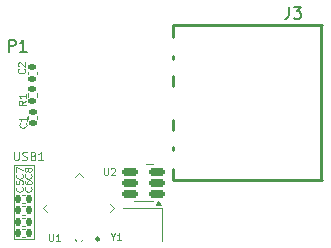
<source format=gbr>
%TF.GenerationSoftware,KiCad,Pcbnew,8.0.8*%
%TF.CreationDate,2025-02-21T00:18:55+11:00*%
%TF.ProjectId,FrameworkDongleHiderRetrofit,4672616d-6577-46f7-926b-446f6e676c65,rev?*%
%TF.SameCoordinates,Original*%
%TF.FileFunction,Legend,Top*%
%TF.FilePolarity,Positive*%
%FSLAX46Y46*%
G04 Gerber Fmt 4.6, Leading zero omitted, Abs format (unit mm)*
G04 Created by KiCad (PCBNEW 8.0.8) date 2025-02-21 00:18:55*
%MOMM*%
%LPD*%
G01*
G04 APERTURE LIST*
G04 Aperture macros list*
%AMRoundRect*
0 Rectangle with rounded corners*
0 $1 Rounding radius*
0 $2 $3 $4 $5 $6 $7 $8 $9 X,Y pos of 4 corners*
0 Add a 4 corners polygon primitive as box body*
4,1,4,$2,$3,$4,$5,$6,$7,$8,$9,$2,$3,0*
0 Add four circle primitives for the rounded corners*
1,1,$1+$1,$2,$3*
1,1,$1+$1,$4,$5*
1,1,$1+$1,$6,$7*
1,1,$1+$1,$8,$9*
0 Add four rect primitives between the rounded corners*
20,1,$1+$1,$2,$3,$4,$5,0*
20,1,$1+$1,$4,$5,$6,$7,0*
20,1,$1+$1,$6,$7,$8,$9,0*
20,1,$1+$1,$8,$9,$2,$3,0*%
%AMRotRect*
0 Rectangle, with rotation*
0 The origin of the aperture is its center*
0 $1 length*
0 $2 width*
0 $3 Rotation angle, in degrees counterclockwise*
0 Add horizontal line*
21,1,$1,$2,0,0,$3*%
G04 Aperture macros list end*
%ADD10C,0.250000*%
%ADD11C,0.100000*%
%ADD12C,0.120000*%
%ADD13C,0.150000*%
%ADD14C,2.050000*%
%ADD15RoundRect,0.140000X0.140000X0.170000X-0.140000X0.170000X-0.140000X-0.170000X0.140000X-0.170000X0*%
%ADD16RoundRect,0.140000X0.170000X-0.140000X0.170000X0.140000X-0.170000X0.140000X-0.170000X-0.140000X0*%
%ADD17R,1.150000X1.000000*%
%ADD18R,1.500000X1.500000*%
%ADD19RoundRect,0.150000X0.512500X0.150000X-0.512500X0.150000X-0.512500X-0.150000X0.512500X-0.150000X0*%
%ADD20RoundRect,0.062500X0.291682X-0.203293X-0.203293X0.291682X-0.291682X0.203293X0.203293X-0.291682X0*%
%ADD21RoundRect,0.062500X0.291682X0.203293X0.203293X0.291682X-0.291682X-0.203293X-0.203293X-0.291682X0*%
%ADD22RotRect,2.700000X2.700000X135.000000*%
%ADD23R,1.000000X0.380000*%
%ADD24R,1.150000X0.700000*%
%ADD25C,1.500000*%
%ADD26R,1.400000X1.000000*%
%ADD27R,1.400000X0.450000*%
%ADD28R,1.400000X0.455000*%
%ADD29O,2.500000X1.300000*%
%ADD30RoundRect,0.135000X-0.185000X0.135000X-0.185000X-0.135000X0.185000X-0.135000X0.185000X0.135000X0*%
G04 APERTURE END LIST*
D10*
X145352500Y-113290000D02*
G75*
G02*
X145102500Y-113290000I-125000J0D01*
G01*
X145102500Y-113290000D02*
G75*
G02*
X145352500Y-113290000I125000J0D01*
G01*
D11*
X138117500Y-107060000D02*
X139847500Y-107060000D01*
X139847500Y-113260000D01*
X138117500Y-113260000D01*
X138117500Y-107060000D01*
X139602728Y-108899999D02*
X139631300Y-108928571D01*
X139631300Y-108928571D02*
X139659871Y-109014285D01*
X139659871Y-109014285D02*
X139659871Y-109071428D01*
X139659871Y-109071428D02*
X139631300Y-109157142D01*
X139631300Y-109157142D02*
X139574157Y-109214285D01*
X139574157Y-109214285D02*
X139517014Y-109242856D01*
X139517014Y-109242856D02*
X139402728Y-109271428D01*
X139402728Y-109271428D02*
X139317014Y-109271428D01*
X139317014Y-109271428D02*
X139202728Y-109242856D01*
X139202728Y-109242856D02*
X139145585Y-109214285D01*
X139145585Y-109214285D02*
X139088442Y-109157142D01*
X139088442Y-109157142D02*
X139059871Y-109071428D01*
X139059871Y-109071428D02*
X139059871Y-109014285D01*
X139059871Y-109014285D02*
X139088442Y-108928571D01*
X139088442Y-108928571D02*
X139117014Y-108899999D01*
X139059871Y-108385714D02*
X139059871Y-108499999D01*
X139059871Y-108499999D02*
X139088442Y-108557142D01*
X139088442Y-108557142D02*
X139117014Y-108585714D01*
X139117014Y-108585714D02*
X139202728Y-108642856D01*
X139202728Y-108642856D02*
X139317014Y-108671428D01*
X139317014Y-108671428D02*
X139545585Y-108671428D01*
X139545585Y-108671428D02*
X139602728Y-108642856D01*
X139602728Y-108642856D02*
X139631300Y-108614285D01*
X139631300Y-108614285D02*
X139659871Y-108557142D01*
X139659871Y-108557142D02*
X139659871Y-108442856D01*
X139659871Y-108442856D02*
X139631300Y-108385714D01*
X139631300Y-108385714D02*
X139602728Y-108357142D01*
X139602728Y-108357142D02*
X139545585Y-108328571D01*
X139545585Y-108328571D02*
X139402728Y-108328571D01*
X139402728Y-108328571D02*
X139345585Y-108357142D01*
X139345585Y-108357142D02*
X139317014Y-108385714D01*
X139317014Y-108385714D02*
X139288442Y-108442856D01*
X139288442Y-108442856D02*
X139288442Y-108557142D01*
X139288442Y-108557142D02*
X139317014Y-108614285D01*
X139317014Y-108614285D02*
X139345585Y-108642856D01*
X139345585Y-108642856D02*
X139402728Y-108671428D01*
X139042728Y-98889999D02*
X139071300Y-98918571D01*
X139071300Y-98918571D02*
X139099871Y-99004285D01*
X139099871Y-99004285D02*
X139099871Y-99061428D01*
X139099871Y-99061428D02*
X139071300Y-99147142D01*
X139071300Y-99147142D02*
X139014157Y-99204285D01*
X139014157Y-99204285D02*
X138957014Y-99232856D01*
X138957014Y-99232856D02*
X138842728Y-99261428D01*
X138842728Y-99261428D02*
X138757014Y-99261428D01*
X138757014Y-99261428D02*
X138642728Y-99232856D01*
X138642728Y-99232856D02*
X138585585Y-99204285D01*
X138585585Y-99204285D02*
X138528442Y-99147142D01*
X138528442Y-99147142D02*
X138499871Y-99061428D01*
X138499871Y-99061428D02*
X138499871Y-99004285D01*
X138499871Y-99004285D02*
X138528442Y-98918571D01*
X138528442Y-98918571D02*
X138557014Y-98889999D01*
X138557014Y-98661428D02*
X138528442Y-98632856D01*
X138528442Y-98632856D02*
X138499871Y-98575714D01*
X138499871Y-98575714D02*
X138499871Y-98432856D01*
X138499871Y-98432856D02*
X138528442Y-98375714D01*
X138528442Y-98375714D02*
X138557014Y-98347142D01*
X138557014Y-98347142D02*
X138614157Y-98318571D01*
X138614157Y-98318571D02*
X138671300Y-98318571D01*
X138671300Y-98318571D02*
X138757014Y-98347142D01*
X138757014Y-98347142D02*
X139099871Y-98689999D01*
X139099871Y-98689999D02*
X139099871Y-98318571D01*
X138862728Y-108899999D02*
X138891300Y-108928571D01*
X138891300Y-108928571D02*
X138919871Y-109014285D01*
X138919871Y-109014285D02*
X138919871Y-109071428D01*
X138919871Y-109071428D02*
X138891300Y-109157142D01*
X138891300Y-109157142D02*
X138834157Y-109214285D01*
X138834157Y-109214285D02*
X138777014Y-109242856D01*
X138777014Y-109242856D02*
X138662728Y-109271428D01*
X138662728Y-109271428D02*
X138577014Y-109271428D01*
X138577014Y-109271428D02*
X138462728Y-109242856D01*
X138462728Y-109242856D02*
X138405585Y-109214285D01*
X138405585Y-109214285D02*
X138348442Y-109157142D01*
X138348442Y-109157142D02*
X138319871Y-109071428D01*
X138319871Y-109071428D02*
X138319871Y-109014285D01*
X138319871Y-109014285D02*
X138348442Y-108928571D01*
X138348442Y-108928571D02*
X138377014Y-108899999D01*
X138319871Y-108357142D02*
X138319871Y-108642856D01*
X138319871Y-108642856D02*
X138605585Y-108671428D01*
X138605585Y-108671428D02*
X138577014Y-108642856D01*
X138577014Y-108642856D02*
X138548442Y-108585714D01*
X138548442Y-108585714D02*
X138548442Y-108442856D01*
X138548442Y-108442856D02*
X138577014Y-108385714D01*
X138577014Y-108385714D02*
X138605585Y-108357142D01*
X138605585Y-108357142D02*
X138662728Y-108328571D01*
X138662728Y-108328571D02*
X138805585Y-108328571D01*
X138805585Y-108328571D02*
X138862728Y-108357142D01*
X138862728Y-108357142D02*
X138891300Y-108385714D01*
X138891300Y-108385714D02*
X138919871Y-108442856D01*
X138919871Y-108442856D02*
X138919871Y-108585714D01*
X138919871Y-108585714D02*
X138891300Y-108642856D01*
X138891300Y-108642856D02*
X138862728Y-108671428D01*
X146541785Y-113126657D02*
X146541785Y-113412371D01*
X146341785Y-112812371D02*
X146541785Y-113126657D01*
X146541785Y-113126657D02*
X146741785Y-112812371D01*
X147256071Y-113412371D02*
X146913214Y-113412371D01*
X147084643Y-113412371D02*
X147084643Y-112812371D01*
X147084643Y-112812371D02*
X147027500Y-112898085D01*
X147027500Y-112898085D02*
X146970357Y-112955228D01*
X146970357Y-112955228D02*
X146913214Y-112983800D01*
D12*
X138160833Y-105907593D02*
X138160833Y-106474260D01*
X138160833Y-106474260D02*
X138194167Y-106540926D01*
X138194167Y-106540926D02*
X138227500Y-106574260D01*
X138227500Y-106574260D02*
X138294167Y-106607593D01*
X138294167Y-106607593D02*
X138427500Y-106607593D01*
X138427500Y-106607593D02*
X138494167Y-106574260D01*
X138494167Y-106574260D02*
X138527500Y-106540926D01*
X138527500Y-106540926D02*
X138560833Y-106474260D01*
X138560833Y-106474260D02*
X138560833Y-105907593D01*
X138860833Y-106574260D02*
X138960833Y-106607593D01*
X138960833Y-106607593D02*
X139127500Y-106607593D01*
X139127500Y-106607593D02*
X139194166Y-106574260D01*
X139194166Y-106574260D02*
X139227500Y-106540926D01*
X139227500Y-106540926D02*
X139260833Y-106474260D01*
X139260833Y-106474260D02*
X139260833Y-106407593D01*
X139260833Y-106407593D02*
X139227500Y-106340926D01*
X139227500Y-106340926D02*
X139194166Y-106307593D01*
X139194166Y-106307593D02*
X139127500Y-106274260D01*
X139127500Y-106274260D02*
X138994166Y-106240926D01*
X138994166Y-106240926D02*
X138927500Y-106207593D01*
X138927500Y-106207593D02*
X138894166Y-106174260D01*
X138894166Y-106174260D02*
X138860833Y-106107593D01*
X138860833Y-106107593D02*
X138860833Y-106040926D01*
X138860833Y-106040926D02*
X138894166Y-105974260D01*
X138894166Y-105974260D02*
X138927500Y-105940926D01*
X138927500Y-105940926D02*
X138994166Y-105907593D01*
X138994166Y-105907593D02*
X139160833Y-105907593D01*
X139160833Y-105907593D02*
X139260833Y-105940926D01*
X139794167Y-106240926D02*
X139894167Y-106274260D01*
X139894167Y-106274260D02*
X139927500Y-106307593D01*
X139927500Y-106307593D02*
X139960833Y-106374260D01*
X139960833Y-106374260D02*
X139960833Y-106474260D01*
X139960833Y-106474260D02*
X139927500Y-106540926D01*
X139927500Y-106540926D02*
X139894167Y-106574260D01*
X139894167Y-106574260D02*
X139827500Y-106607593D01*
X139827500Y-106607593D02*
X139560833Y-106607593D01*
X139560833Y-106607593D02*
X139560833Y-105907593D01*
X139560833Y-105907593D02*
X139794167Y-105907593D01*
X139794167Y-105907593D02*
X139860833Y-105940926D01*
X139860833Y-105940926D02*
X139894167Y-105974260D01*
X139894167Y-105974260D02*
X139927500Y-106040926D01*
X139927500Y-106040926D02*
X139927500Y-106107593D01*
X139927500Y-106107593D02*
X139894167Y-106174260D01*
X139894167Y-106174260D02*
X139860833Y-106207593D01*
X139860833Y-106207593D02*
X139794167Y-106240926D01*
X139794167Y-106240926D02*
X139560833Y-106240926D01*
X140627500Y-106607593D02*
X140227500Y-106607593D01*
X140427500Y-106607593D02*
X140427500Y-105907593D01*
X140427500Y-105907593D02*
X140360833Y-106007593D01*
X140360833Y-106007593D02*
X140294167Y-106074260D01*
X140294167Y-106074260D02*
X140227500Y-106107593D01*
D11*
X138862728Y-107819999D02*
X138891300Y-107848571D01*
X138891300Y-107848571D02*
X138919871Y-107934285D01*
X138919871Y-107934285D02*
X138919871Y-107991428D01*
X138919871Y-107991428D02*
X138891300Y-108077142D01*
X138891300Y-108077142D02*
X138834157Y-108134285D01*
X138834157Y-108134285D02*
X138777014Y-108162856D01*
X138777014Y-108162856D02*
X138662728Y-108191428D01*
X138662728Y-108191428D02*
X138577014Y-108191428D01*
X138577014Y-108191428D02*
X138462728Y-108162856D01*
X138462728Y-108162856D02*
X138405585Y-108134285D01*
X138405585Y-108134285D02*
X138348442Y-108077142D01*
X138348442Y-108077142D02*
X138319871Y-107991428D01*
X138319871Y-107991428D02*
X138319871Y-107934285D01*
X138319871Y-107934285D02*
X138348442Y-107848571D01*
X138348442Y-107848571D02*
X138377014Y-107819999D01*
X138319871Y-107619999D02*
X138319871Y-107219999D01*
X138319871Y-107219999D02*
X138919871Y-107477142D01*
X145770357Y-107262371D02*
X145770357Y-107748085D01*
X145770357Y-107748085D02*
X145798928Y-107805228D01*
X145798928Y-107805228D02*
X145827500Y-107833800D01*
X145827500Y-107833800D02*
X145884642Y-107862371D01*
X145884642Y-107862371D02*
X145998928Y-107862371D01*
X145998928Y-107862371D02*
X146056071Y-107833800D01*
X146056071Y-107833800D02*
X146084642Y-107805228D01*
X146084642Y-107805228D02*
X146113214Y-107748085D01*
X146113214Y-107748085D02*
X146113214Y-107262371D01*
X146370356Y-107319514D02*
X146398928Y-107290942D01*
X146398928Y-107290942D02*
X146456071Y-107262371D01*
X146456071Y-107262371D02*
X146598928Y-107262371D01*
X146598928Y-107262371D02*
X146656071Y-107290942D01*
X146656071Y-107290942D02*
X146684642Y-107319514D01*
X146684642Y-107319514D02*
X146713213Y-107376657D01*
X146713213Y-107376657D02*
X146713213Y-107433800D01*
X146713213Y-107433800D02*
X146684642Y-107519514D01*
X146684642Y-107519514D02*
X146341785Y-107862371D01*
X146341785Y-107862371D02*
X146713213Y-107862371D01*
X141120357Y-112862371D02*
X141120357Y-113348085D01*
X141120357Y-113348085D02*
X141148928Y-113405228D01*
X141148928Y-113405228D02*
X141177500Y-113433800D01*
X141177500Y-113433800D02*
X141234642Y-113462371D01*
X141234642Y-113462371D02*
X141348928Y-113462371D01*
X141348928Y-113462371D02*
X141406071Y-113433800D01*
X141406071Y-113433800D02*
X141434642Y-113405228D01*
X141434642Y-113405228D02*
X141463214Y-113348085D01*
X141463214Y-113348085D02*
X141463214Y-112862371D01*
X142063213Y-113462371D02*
X141720356Y-113462371D01*
X141891785Y-113462371D02*
X141891785Y-112862371D01*
X141891785Y-112862371D02*
X141834642Y-112948085D01*
X141834642Y-112948085D02*
X141777499Y-113005228D01*
X141777499Y-113005228D02*
X141720356Y-113033800D01*
D13*
X137714405Y-97419819D02*
X137714405Y-96419819D01*
X137714405Y-96419819D02*
X138095357Y-96419819D01*
X138095357Y-96419819D02*
X138190595Y-96467438D01*
X138190595Y-96467438D02*
X138238214Y-96515057D01*
X138238214Y-96515057D02*
X138285833Y-96610295D01*
X138285833Y-96610295D02*
X138285833Y-96753152D01*
X138285833Y-96753152D02*
X138238214Y-96848390D01*
X138238214Y-96848390D02*
X138190595Y-96896009D01*
X138190595Y-96896009D02*
X138095357Y-96943628D01*
X138095357Y-96943628D02*
X137714405Y-96943628D01*
X139238214Y-97419819D02*
X138666786Y-97419819D01*
X138952500Y-97419819D02*
X138952500Y-96419819D01*
X138952500Y-96419819D02*
X138857262Y-96562676D01*
X138857262Y-96562676D02*
X138762024Y-96657914D01*
X138762024Y-96657914D02*
X138666786Y-96705533D01*
X161444166Y-93644819D02*
X161444166Y-94359104D01*
X161444166Y-94359104D02*
X161396547Y-94501961D01*
X161396547Y-94501961D02*
X161301309Y-94597200D01*
X161301309Y-94597200D02*
X161158452Y-94644819D01*
X161158452Y-94644819D02*
X161063214Y-94644819D01*
X161825119Y-93644819D02*
X162444166Y-93644819D01*
X162444166Y-93644819D02*
X162110833Y-94025771D01*
X162110833Y-94025771D02*
X162253690Y-94025771D01*
X162253690Y-94025771D02*
X162348928Y-94073390D01*
X162348928Y-94073390D02*
X162396547Y-94121009D01*
X162396547Y-94121009D02*
X162444166Y-94216247D01*
X162444166Y-94216247D02*
X162444166Y-94454342D01*
X162444166Y-94454342D02*
X162396547Y-94549580D01*
X162396547Y-94549580D02*
X162348928Y-94597200D01*
X162348928Y-94597200D02*
X162253690Y-94644819D01*
X162253690Y-94644819D02*
X161967976Y-94644819D01*
X161967976Y-94644819D02*
X161872738Y-94597200D01*
X161872738Y-94597200D02*
X161825119Y-94549580D01*
D11*
X139139871Y-101614999D02*
X138854157Y-101814999D01*
X139139871Y-101957856D02*
X138539871Y-101957856D01*
X138539871Y-101957856D02*
X138539871Y-101729285D01*
X138539871Y-101729285D02*
X138568442Y-101672142D01*
X138568442Y-101672142D02*
X138597014Y-101643571D01*
X138597014Y-101643571D02*
X138654157Y-101614999D01*
X138654157Y-101614999D02*
X138739871Y-101614999D01*
X138739871Y-101614999D02*
X138797014Y-101643571D01*
X138797014Y-101643571D02*
X138825585Y-101672142D01*
X138825585Y-101672142D02*
X138854157Y-101729285D01*
X138854157Y-101729285D02*
X138854157Y-101957856D01*
X139139871Y-101043571D02*
X139139871Y-101386428D01*
X139139871Y-101214999D02*
X138539871Y-101214999D01*
X138539871Y-101214999D02*
X138625585Y-101272142D01*
X138625585Y-101272142D02*
X138682728Y-101329285D01*
X138682728Y-101329285D02*
X138711300Y-101386428D01*
X139157728Y-103489999D02*
X139186300Y-103518571D01*
X139186300Y-103518571D02*
X139214871Y-103604285D01*
X139214871Y-103604285D02*
X139214871Y-103661428D01*
X139214871Y-103661428D02*
X139186300Y-103747142D01*
X139186300Y-103747142D02*
X139129157Y-103804285D01*
X139129157Y-103804285D02*
X139072014Y-103832856D01*
X139072014Y-103832856D02*
X138957728Y-103861428D01*
X138957728Y-103861428D02*
X138872014Y-103861428D01*
X138872014Y-103861428D02*
X138757728Y-103832856D01*
X138757728Y-103832856D02*
X138700585Y-103804285D01*
X138700585Y-103804285D02*
X138643442Y-103747142D01*
X138643442Y-103747142D02*
X138614871Y-103661428D01*
X138614871Y-103661428D02*
X138614871Y-103604285D01*
X138614871Y-103604285D02*
X138643442Y-103518571D01*
X138643442Y-103518571D02*
X138672014Y-103489999D01*
X139214871Y-102918571D02*
X139214871Y-103261428D01*
X139214871Y-103089999D02*
X138614871Y-103089999D01*
X138614871Y-103089999D02*
X138700585Y-103147142D01*
X138700585Y-103147142D02*
X138757728Y-103204285D01*
X138757728Y-103204285D02*
X138786300Y-103261428D01*
X139602728Y-107819999D02*
X139631300Y-107848571D01*
X139631300Y-107848571D02*
X139659871Y-107934285D01*
X139659871Y-107934285D02*
X139659871Y-107991428D01*
X139659871Y-107991428D02*
X139631300Y-108077142D01*
X139631300Y-108077142D02*
X139574157Y-108134285D01*
X139574157Y-108134285D02*
X139517014Y-108162856D01*
X139517014Y-108162856D02*
X139402728Y-108191428D01*
X139402728Y-108191428D02*
X139317014Y-108191428D01*
X139317014Y-108191428D02*
X139202728Y-108162856D01*
X139202728Y-108162856D02*
X139145585Y-108134285D01*
X139145585Y-108134285D02*
X139088442Y-108077142D01*
X139088442Y-108077142D02*
X139059871Y-107991428D01*
X139059871Y-107991428D02*
X139059871Y-107934285D01*
X139059871Y-107934285D02*
X139088442Y-107848571D01*
X139088442Y-107848571D02*
X139117014Y-107819999D01*
X139317014Y-107477142D02*
X139288442Y-107534285D01*
X139288442Y-107534285D02*
X139259871Y-107562856D01*
X139259871Y-107562856D02*
X139202728Y-107591428D01*
X139202728Y-107591428D02*
X139174157Y-107591428D01*
X139174157Y-107591428D02*
X139117014Y-107562856D01*
X139117014Y-107562856D02*
X139088442Y-107534285D01*
X139088442Y-107534285D02*
X139059871Y-107477142D01*
X139059871Y-107477142D02*
X139059871Y-107362856D01*
X139059871Y-107362856D02*
X139088442Y-107305714D01*
X139088442Y-107305714D02*
X139117014Y-107277142D01*
X139117014Y-107277142D02*
X139174157Y-107248571D01*
X139174157Y-107248571D02*
X139202728Y-107248571D01*
X139202728Y-107248571D02*
X139259871Y-107277142D01*
X139259871Y-107277142D02*
X139288442Y-107305714D01*
X139288442Y-107305714D02*
X139317014Y-107362856D01*
X139317014Y-107362856D02*
X139317014Y-107477142D01*
X139317014Y-107477142D02*
X139345585Y-107534285D01*
X139345585Y-107534285D02*
X139374157Y-107562856D01*
X139374157Y-107562856D02*
X139431300Y-107591428D01*
X139431300Y-107591428D02*
X139545585Y-107591428D01*
X139545585Y-107591428D02*
X139602728Y-107562856D01*
X139602728Y-107562856D02*
X139631300Y-107534285D01*
X139631300Y-107534285D02*
X139659871Y-107477142D01*
X139659871Y-107477142D02*
X139659871Y-107362856D01*
X139659871Y-107362856D02*
X139631300Y-107305714D01*
X139631300Y-107305714D02*
X139602728Y-107277142D01*
X139602728Y-107277142D02*
X139545585Y-107248571D01*
X139545585Y-107248571D02*
X139431300Y-107248571D01*
X139431300Y-107248571D02*
X139374157Y-107277142D01*
X139374157Y-107277142D02*
X139345585Y-107305714D01*
X139345585Y-107305714D02*
X139317014Y-107362856D01*
D12*
%TO.C,C6*%
X139085336Y-110500000D02*
X138869664Y-110500000D01*
X139085336Y-111220000D02*
X138869664Y-111220000D01*
%TO.C,C2*%
X139357500Y-99337836D02*
X139357500Y-99122164D01*
X140077500Y-99337836D02*
X140077500Y-99122164D01*
%TO.C,C5*%
X139085336Y-109530000D02*
X138869664Y-109530000D01*
X139085336Y-110250000D02*
X138869664Y-110250000D01*
%TO.C,Y1*%
X150702500Y-110690000D02*
X147402500Y-110690000D01*
X150702500Y-113490000D02*
X150702500Y-110690000D01*
%TO.C,C7*%
X139085336Y-111470000D02*
X138869664Y-111470000D01*
X139085336Y-112190000D02*
X138869664Y-112190000D01*
%TO.C,U2*%
X149090000Y-106980000D02*
X148290000Y-106980000D01*
X149090000Y-106980000D02*
X149890000Y-106980000D01*
X149090000Y-110100000D02*
X148290000Y-110100000D01*
X149090000Y-110100000D02*
X149890000Y-110100000D01*
X150630000Y-110380000D02*
X150150000Y-110380000D01*
X150390000Y-110050000D01*
X150630000Y-110380000D01*
G36*
X150630000Y-110380000D02*
G01*
X150150000Y-110380000D01*
X150390000Y-110050000D01*
X150630000Y-110380000D01*
G37*
%TO.C,U1*%
X140639695Y-110661581D02*
X140975571Y-110325705D01*
X140975571Y-110997457D02*
X140639695Y-110661581D01*
X143287810Y-113309696D02*
X143411554Y-113433440D01*
X143623686Y-107677590D02*
X143287810Y-108013466D01*
X143959562Y-108013466D02*
X143623686Y-107677590D01*
X143959562Y-113309696D02*
X143793392Y-113475866D01*
X146271801Y-110325705D02*
X146607677Y-110661581D01*
X146607677Y-110661581D02*
X146271801Y-110997457D01*
D10*
%TO.C,J3*%
X151657500Y-95210000D02*
X151657500Y-96160000D01*
X151657500Y-97770000D02*
X151657500Y-98020000D01*
X151657500Y-97770000D02*
X151657500Y-98020000D01*
X151657500Y-99480000D02*
X151657500Y-100320000D01*
X151657500Y-99480000D02*
X151657500Y-100320000D01*
X151657500Y-103180000D02*
X151657500Y-104020000D01*
X151657500Y-103180000D02*
X151657500Y-104020000D01*
X151657500Y-105480000D02*
X151657500Y-105730000D01*
X151657500Y-105480000D02*
X151657500Y-105730000D01*
X151657500Y-107340000D02*
X151657500Y-108280000D01*
X151657500Y-108280000D02*
X164227500Y-108280000D01*
X164137500Y-95210000D02*
X164137500Y-108280000D01*
X164227500Y-95210000D02*
X151657500Y-95210000D01*
D12*
%TO.C,R1*%
X139337500Y-100956359D02*
X139337500Y-101263641D01*
X140097500Y-100956359D02*
X140097500Y-101263641D01*
%TO.C,C1*%
X139367500Y-103097836D02*
X139367500Y-102882164D01*
X140087500Y-103097836D02*
X140087500Y-102882164D01*
%TO.C,C8*%
X139085336Y-112440000D02*
X138869664Y-112440000D01*
X139085336Y-113160000D02*
X138869664Y-113160000D01*
%TD*%
%LPC*%
D14*
X155802500Y-90440000D02*
G75*
G02*
X153752500Y-90440000I-1025000J0D01*
G01*
X153752500Y-90440000D02*
G75*
G02*
X155802500Y-90440000I1025000J0D01*
G01*
X155802500Y-113040000D02*
G75*
G02*
X153752500Y-113040000I-1025000J0D01*
G01*
X153752500Y-113040000D02*
G75*
G02*
X155802500Y-113040000I1025000J0D01*
G01*
D11*
X135577500Y-95240000D02*
X137177500Y-95240000D01*
X137177500Y-97265000D01*
X135577500Y-97265000D01*
X135577500Y-95240000D01*
G36*
X135577500Y-95240000D02*
G01*
X137177500Y-95240000D01*
X137177500Y-97265000D01*
X135577500Y-97265000D01*
X135577500Y-95240000D01*
G37*
X135577500Y-106240000D02*
X137177500Y-106240000D01*
X137177500Y-108365000D01*
X135577500Y-108365000D01*
X135577500Y-106240000D01*
G36*
X135577500Y-106240000D02*
G01*
X137177500Y-106240000D01*
X137177500Y-108365000D01*
X135577500Y-108365000D01*
X135577500Y-106240000D01*
G37*
D15*
%TO.C,C6*%
X139457500Y-110860000D03*
X138497500Y-110860000D03*
%TD*%
D16*
%TO.C,C2*%
X139717500Y-99710000D03*
X139717500Y-98750000D03*
%TD*%
D15*
%TO.C,C5*%
X139457500Y-109890000D03*
X138497500Y-109890000D03*
%TD*%
D17*
%TO.C,Y1*%
X149927500Y-111390000D03*
X148177500Y-111390000D03*
X148177500Y-112790000D03*
X149927500Y-112790000D03*
%TD*%
D18*
%TO.C,USB1*%
X148602500Y-106240000D03*
X146102500Y-106240000D03*
X144102500Y-106240000D03*
X141602500Y-106240000D03*
%TD*%
D15*
%TO.C,C7*%
X139457500Y-111830000D03*
X138497500Y-111830000D03*
%TD*%
D19*
%TO.C,U2*%
X150227500Y-109490000D03*
X150227500Y-108540000D03*
X150227500Y-107590000D03*
X147952500Y-107590000D03*
X147952500Y-108540000D03*
X147952500Y-109490000D03*
%TD*%
D20*
%TO.C,U1*%
X144127500Y-112933162D03*
X144481053Y-112579608D03*
X144834606Y-112226055D03*
X145188160Y-111872501D03*
X145541713Y-111518948D03*
X145895267Y-111165395D03*
D21*
X145895267Y-110157767D03*
X145541713Y-109804214D03*
X145188160Y-109450661D03*
X144834606Y-109097107D03*
X144481053Y-108743554D03*
X144127500Y-108390000D03*
D20*
X143119872Y-108390000D03*
X142766319Y-108743554D03*
X142412766Y-109097107D03*
X142059212Y-109450661D03*
X141705659Y-109804214D03*
X141352105Y-110157767D03*
D21*
X141352105Y-111165395D03*
X141705659Y-111518948D03*
X142059212Y-111872501D03*
X142412766Y-112226055D03*
X142766319Y-112579608D03*
X143119872Y-112933162D03*
D22*
X143623686Y-110661581D03*
%TD*%
D23*
%TO.C,P1*%
X137327500Y-104490000D03*
X137327500Y-103990000D03*
X137327500Y-103490000D03*
X137327500Y-102990000D03*
X137327500Y-102490000D03*
X137327500Y-101990000D03*
X137327500Y-101490000D03*
X137327500Y-100990000D03*
X137327500Y-100490000D03*
X137327500Y-99990000D03*
X137327500Y-99490000D03*
X137327500Y-98990000D03*
D24*
X138167500Y-105160000D03*
%TD*%
D25*
%TO.C,REF\u002A\u002A*%
X161577500Y-90940000D03*
%TD*%
D26*
%TO.C,J3*%
X151347500Y-104750000D03*
X151347500Y-102450000D03*
X151347500Y-101050000D03*
X151347500Y-98750000D03*
D27*
X151347500Y-96610000D03*
X151347500Y-97310000D03*
X151347500Y-106190000D03*
D28*
X151347500Y-106877500D03*
D29*
X152447500Y-109700000D03*
X157947500Y-109700000D03*
X157947500Y-93800000D03*
%TD*%
D25*
%TO.C,REF\u002A\u002A*%
X161627500Y-112540000D03*
%TD*%
D30*
%TO.C,R1*%
X139717500Y-100600000D03*
X139717500Y-101620000D03*
%TD*%
D16*
%TO.C,C1*%
X139727500Y-103470000D03*
X139727500Y-102510000D03*
%TD*%
D15*
%TO.C,C8*%
X139457500Y-112800000D03*
X138497500Y-112800000D03*
%TD*%
%LPD*%
M02*

</source>
